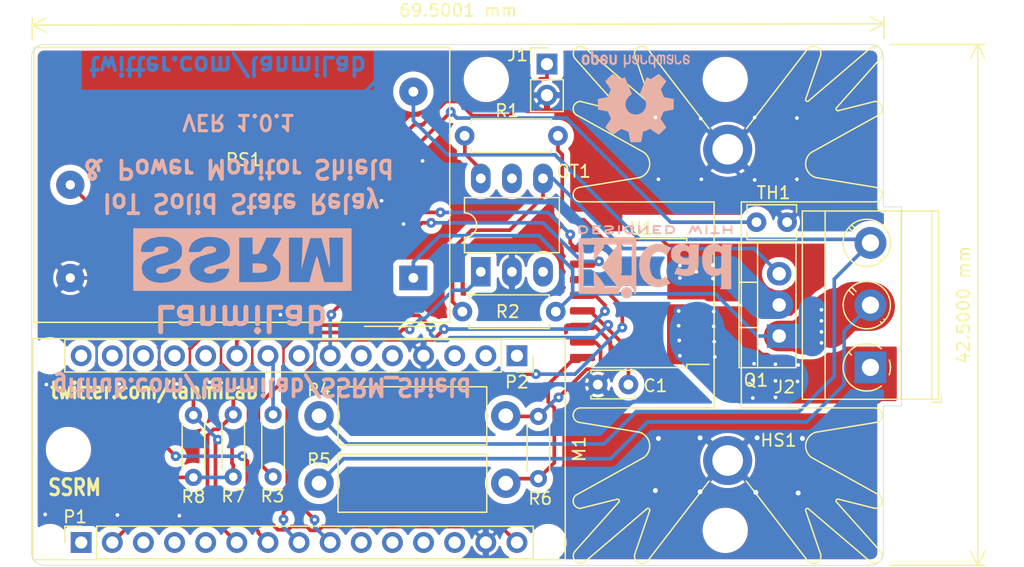
<source format=kicad_pcb>
(kicad_pcb (version 20211014) (generator pcbnew)
  (layers (0 "F.Cu" signal) (31 "B.Cu" signal) (34 "B.Paste" user) (35 "F.Paste" user) (36 "B.SilkS" user "B.Silkscreen") (37 "F.SilkS" user "F.Silkscreen") (38 "B.Mask" user) (39 "F.Mask" user) (44 "Edge.Cuts" user))
  (net 0 "")
  (net 1 "Net-(Q1-Pad2)")
  (net 2 "Net-(OT1-Pad6)")
  (net 3 "Net-(OT1-Pad4)")
  (net 4 "Net-(OT1-Pad1)")
  (net 24 "GND")
  (net 25 "+3V3")
  (net 26 "VCC")
  (net 27 "/SDA")
  (net 28 "/NTC_E")
  (net 29 "/NTC_B")
  (net 30 "/DIO_1")
  (net 31 "/TRIG")
  (net 32 "/DIO_0")
  (net 33 "NEUT")
  (net 34 "LINE")
  (net 35 "/SCL")
  (net 36 "/LOAD")
  (net 37 "Net-(R4-Pad2)")
  (net 38 "Net-(R5-Pad2)")
  (footprint "Package_SO:SOIC-16W_7.5x10.3mm_P1.27mm" (layer "F.Cu") (at 227.6 109.85 180)
    (fp_text reference "U1")
    (fp_text value "ACS71020KMABTR-030B3-I2C")
  )
  (footprint "Package_DIP:DIP-6_W7.62mm_LongPads" (layer "F.Cu") (at 214.65 107.3 90)
    (fp_text reference "OT1")
    (fp_text value "IL420")
  )
  (footprint "Capacitor_THT:C_Disc_D3.4mm_W2.1mm_P2.50mm" (layer "F.Cu") (at 226.7 116.5 180)
    (fp_text reference "C1")
    (fp_text value "100nF")
  )
  (footprint "MountingHole:MountingHole_2.7mm_M2.5" (layer "F.Cu") (at 234.6 91.6 90)
    (fp_text reference "H3" hide)
    (fp_text value "MountingHole")
  )
  (footprint "MountingHole:MountingHole_2.7mm_M2.5" (layer "F.Cu") (at 234.6 128.4 90)
    (fp_text reference "H4" hide)
    (fp_text value "MountingHole")
  )
  (footprint "Heatsink:Heatsink_Fischer_SK129-STS_42x25mm_2xDrill2.5mm" (layer "F.Cu") (at 234.8 110 90)
    (fp_text reference "HS1")
    (fp_text value "Heatsink_Pad")
  )
  (footprint "TerminalBlock_MetzConnect:TerminalBlock_MetzConnect_Type073_RT02603HBLU_1x03_P5.08mm_Horizontal" (layer "F.Cu") (at 246.45 115.1 90)
    (fp_text reference "J2")
    (fp_text value "Screw_Terminal_01x03")
  )
  (footprint "Resistor_THT:R_Axial_DIN0207_L6.3mm_D2.5mm_P7.62mm_Horizontal" (layer "F.Cu") (at 213.15 110.55)
    (fp_text reference "R2")
    (fp_text value "56R")
  )
  (footprint "Capacitor_THT:C_Disc_D3.8mm_W2.6mm_P2.50mm" (layer "F.Cu") (at 237.15 103.25)
    (fp_text reference "TH1")
    (fp_text value "Thermistor_NTC")
  )
  (footprint "Connector_PinHeader_2.54mm:PinHeader_1x02_P2.54mm_Vertical" (layer "F.Cu") (at 220.05 90.35)
    (fp_text reference "J1")
    (fp_text value "Conn_01x02")
  )
  (footprint "MountingHole:MountingHole_2.7mm_M2.5" (layer "F.Cu") (at 215.1 91.6)
    (fp_text reference "H1" hide)
    (fp_text value "MountingHole")
  )
  (footprint "MountingHole:MountingHole_2.7mm_M2.5" (layer "F.Cu") (at 181 121.8)
    (fp_text reference "H2" hide)
    (fp_text value "MountingHole")
  )
  (footprint "Resistor_THT:R_Axial_DIN0414_L11.9mm_D4.5mm_P15.24mm_Horizontal" (layer "F.Cu") (at 201.45 119.05)
    (fp_text reference "R4")
    (fp_text value "2M")
  )
  (footprint "Resistor_THT:R_Axial_DIN0414_L11.9mm_D4.5mm_P15.24mm_Horizontal" (layer "F.Cu") (at 201.45 124.55)
    (fp_text reference "R5")
    (fp_text value "2M")
  )
  (footprint "Resistor_THT:R_Axial_DIN0204_L3.6mm_D1.6mm_P5.08mm_Horizontal" (layer "F.Cu") (at 219.35 119.1 -90)
    (fp_text reference "R6")
    (fp_text value "2K2")
  )
  (footprint "Resistor_THT:R_Axial_DIN0204_L3.6mm_D1.6mm_P5.08mm_Horizontal" (layer "F.Cu") (at 197.7 118.95 -90)
    (fp_text reference "R3")
    (fp_text value "1K")
  )
  (footprint "Resistor_THT:R_Axial_DIN0204_L3.6mm_D1.6mm_P5.08mm_Horizontal" (layer "F.Cu") (at 191.2 119 -90)
    (fp_text reference "R8")
    (fp_text value "10K" hide)
  )
  (footprint "Resistor_THT:R_Axial_DIN0204_L3.6mm_D1.6mm_P5.08mm_Horizontal" (layer "F.Cu") (at 194.45 118.95 -90)
    (fp_text reference "R7")
    (fp_text value "10K")
  )
  (footprint "Connector_PinSocket_2.54mm:PinSocket_1x15_P2.54mm_Vertical" (layer "F.Cu") (at 217.6 114.15 -90)
    (fp_text reference "P2")
    (fp_text value "Conn_01x15")
  )
  (footprint "Connector_PinSocket_2.54mm:PinSocket_1x15_P2.54mm_Vertical" (layer "F.Cu") (at 182.04 129.39 90)
    (fp_text reference "P1")
    (fp_text value "Conn_01x15")
  )
  (footprint "LanmiLab_SSRM_Shield:Arduino_Nano_33_IoT_3D_NoPads" (layer "F.Cu") (at 217.6 114.15 -90)
    (fp_text reference "M1")
    (fp_text value "Arduino_Nano_v3.x_plug")
  )
  (footprint "Converter_ACDC:Converter_ACDC_MeanWell_IRM-02-xx_THT" (layer "F.Cu") (at 209.15 107.8 180)
    (fp_text reference "PS1")
    (fp_text value "IRM-02-9")
  )
  (footprint "Package_TO_SOT_THT:TO-220-3_Vertical" (layer "F.Cu") (at 239 112.54 90)
    (fp_text reference "Q1")
    (fp_text value "T3035H-6I")
  )
  (footprint "Resistor_THT:R_Axial_DIN0207_L6.3mm_D2.5mm_P7.62mm_Horizontal" (layer "F.Cu") (at 220.95 96.2 180)
    (fp_text reference "R1")
    (fp_text value "220R")
  )
  (footprint "Symbol:KiCad-Logo2_5mm_SilkScreen" (layer "B.Cu") (at 228.9 106.5)
    (fp_text reference "LOGO3" hide)
    (fp_text value "KiCad" hide)
  )
  (footprint "LanmiLab_SSRM_Shield:ssr" (layer "B.Cu") (at 195.1 106.45)
    (fp_text reference "LOGO2" hide)
    (fp_text value "SSRM" hide)
  )
  (footprint "Symbol:OSHW-Logo2_9.8x8mm_SilkScreen" (layer "B.Cu") (at 227.3 93)
    (fp_text reference "LOGO1" hide)
    (fp_text value "Logo_Open_Hardware_Small" hide)
  )
  (gr_line (start 247.5 118.25) (end 249 118.25) (layer "Edge.Cuts") (width 0.05))
  (gr_arc (start 179 131.25) (mid 178.292893 130.957107) (end 178 130.25) (layer "Edge.Cuts") (width 0.05))
  (gr_arc (start 178 89.75) (mid 178.292893 89.042893) (end 179 88.75) (layer "Edge.Cuts") (width 0.05))
  (gr_line (start 246.5 88.75) (end 179 88.75) (layer "Edge.Cuts") (width 0.05))
  (gr_line (start 249 118.25) (end 249 102) (layer "Edge.Cuts") (width 0.05))
  (gr_line (start 247.5 102) (end 247.5 89.75) (layer "Edge.Cuts") (width 0.05))
  (gr_line (start 179 131.25) (end 246.5 131.25) (layer "Edge.Cuts") (width 0.05))
  (gr_line (start 178 89.75) (end 178 130.25) (layer "Edge.Cuts") (width 0.05))
  (gr_arc (start 247.5 130.25) (mid 247.207107 130.957107) (end 246.5 131.25) (layer "Edge.Cuts") (width 0.05))
  (gr_line (start 247.5 130.25) (end 247.5 118.25) (layer "Edge.Cuts") (width 0.05))
  (gr_arc (start 246.5 88.75) (mid 247.207107 89.042893) (end 247.5 89.75) (layer "Edge.Cuts") (width 0.05))
  (gr_line (start 249 102) (end 247.5 102) (layer "Edge.Cuts") (width 0.05))
  (gr_text "twitter.com/lanmiLab" (at 194 90.5 180) (layer "B.Cu") (effects (font (size 1.5 1.4) (thickness 0.3)) (justify mirror)))
  (gr_text "IoT Solid State Relay" (at 195.1 101.7 180) (layer "B.SilkS") (effects (font (size 1.5 1.4) (thickness 0.3)) (justify mirror)))
  (gr_text "LanmiLab" (at 195.1 111.1 180) (layer "B.SilkS") (effects (font (size 2 2) (thickness 0.4)) (justify mirror)))
  (gr_text "VER 1.0.1" (at 194.9 95.1 180) (layer "B.SilkS") (effects (font (size 1.25 1.25) (thickness 0.25)) (justify mirror)))
  (gr_text "github.com/lanmilab/SSRM_Shield" (at 196.8 116.7 180) (layer "B.SilkS") (effects (font (size 1.4 1.3) (thickness 0.3)) (justify mirror)))
  (gr_text "& Power Monitor Shield" (at 194.86 98.9 180) (layer "B.SilkS") (effects (font (size 1.5 1.4) (thickness 0.3)) (justify mirror)))
  (gr_text "SSRM" (at 181.5 124.9) (layer "F.SilkS") (effects (font (size 1.3 1.05) (thickness 0.25))))
  (gr_text "twitter.com/lanmiLab" (at 188 117) (layer "F.SilkS") (effects (font (size 1.3 1.05) (thickness 0.25))))
  (dimension (type aligned) (layer "F.SilkS") (pts (xy 247.55 131.25) (xy 247.55 88.75)) (height 7.65) (gr_text "42.5000 mm" (at 254.05 110 90) (layer "F.SilkS") (effects (font (size 1 1) (thickness 0.15)))) (format (units 3) (units_format 1) (precision 4)) (style (thickness 0.12) (arrow_length 1.27) (text_position_mode 0) (extension_height 0.58642) (extension_offset 0.5) keep_text_aligned))
  (dimension (type aligned) (layer "F.SilkS") (pts (xy 178.05 88.85) (xy 247.55 88.75)) (height -1.683739) (gr_text "69.5001 mm" (at 212.795922 85.966264 0.08243991363) (layer "F.SilkS") (effects (font (size 1 1) (thickness 0.15)))) (format (units 3) (units_format 1) (precision 4)) (style (thickness 0.12) (arrow_length 1.27) (text_position_mode 0) (extension_height 0.58642) (extension_offset 0.5) keep_text_aligned))
  (segment (start 232.25 107.3) (end 232.25 105.405) (width 0.3) (layer "F.Cu") (net 1))
  (segment (start 239 110) (end 239.6 110) (width 0.3) (layer "F.Cu") (net 1))
  (segment (start 224.65 104.65) (end 229.4 104.65) (width 0.3) (layer "F.Cu") (net 1))
  (segment (start 221.3 97.73137) (end 221.3 102.4) (width 0.3) (layer "F.Cu") (net 1))
  (segment (start 230.155 105.405) (end 232.25 105.405) (width 0.3) (layer "F.Cu") (net 1))
  (segment (start 239.6 110) (end 240.3 109.3) (width 1.8) (layer "F.Cu") (net 1))
  (segment (start 229.4 104.65) (end 230.155 105.405) (width 0.3) (layer "F.Cu") (net 1))
  (segment (start 221.3 102.4) (end 221.95 103.05) (width 0.3) (layer "F.Cu") (net 1))
  (segment (start 221.95 103.05) (end 223.05 103.05) (width 0.3) (layer "F.Cu") (net 1))
  (segment (start 238.4 110) (end 238 109.6) (width 2) (layer "F.Cu") (net 1))
  (segment (start 239 110) (end 238.4 110) (width 0.3) (layer "F.Cu") (net 1))
  (segment (start 238 109.6) (end 237.95 109.6) (width 2) (layer "F.Cu") (net 1))
  (segment (start 220.95 96.25) (end 220.95 97.38137) (width 0.3) (layer "F.Cu") (net 1))
  (segment (start 233.275 109.215) (end 232.25 109.215) (width 0.3) (layer "F.Cu") (net 1))
  (segment (start 220.95 97.38137) (end 221.3 97.73137) (width 0.3) (layer "F.Cu") (net 1))
  (segment (start 223.05 103.05) (end 224.65 104.65) (width 0.3) (layer "F.Cu") (net 1))
  (segment (start 232.25 109.215) (end 232.25 107.3) (width 0.3) (layer "F.Cu") (net 1))
  (segment (start 237.615 109.215) (end 233.275 109.215) (width 1) (layer "F.Cu") (net 1))
  (via (at 230.9 107.8) (size 0.8) (drill 0.3) (layers "F.Cu" "B.Cu") (net 1))
  (via (at 230.9 106.8) (size 0.8) (drill 0.3) (layers "F.Cu" "B.Cu") (net 1))
  (via (at 232.25 107.3) (size 0.8) (drill 0.3) (layers "F.Cu" "B.Cu") (net 1))
  (via (at 233.6 106.75) (size 0.8) (drill 0.3) (layers "F.Cu" "B.Cu") (net 1))
  (via (at 233.6 107.85) (size 0.8) (drill 0.3) (layers "F.Cu" "B.Cu") (net 1))
  (segment (start 237.55 109.85) (end 234.95 107.25) (width 2.5) (layer "B.Cu") (net 1))
  (segment (start 239 110) (end 237.7 110) (width 2.3) (layer "B.Cu") (net 1))
  (segment (start 231 107.25) (end 234.45 107.25) (width 2.4) (layer "B.Cu") (net 1))
  (segment (start 237.7 110) (end 237.55 109.85) (width 0.3) (layer "B.Cu") (net 1))
  (segment (start 234.95 107.25) (end 234.3 107.25) (width 2.5) (layer "B.Cu") (net 1))
  (segment (start 235 107.3) (end 234.6 107.3) (width 2.5) (layer "B.Cu") (net 1))
  (segment (start 234.5 106.8) (end 234.35 106.8) (width 0.3) (layer "B.Cu") (net 1))
  (segment (start 214.65 98.95) (end 214.65 99.68) (width 0.3) (layer "F.Cu") (net 2))
  (segment (start 213.35 96.27) (end 213.35 97.65) (width 0.3) (layer "F.Cu") (net 2))
  (segment (start 213.33 96.25) (end 213.35 96.27) (width 0.3) (layer "F.Cu") (net 2))
  (segment (start 213.35 97.65) (end 214.65 98.95) (width 0.3) (layer "F.Cu") (net 2))
  (segment (start 217.01 103.9) (end 219.73 101.18) (width 0.3) (layer "F.Cu") (net 3))
  (segment (start 213.9 103.9) (end 217.01 103.9) (width 0.3) (layer "F.Cu") (net 3))
  (segment (start 212.350001 105.449999) (end 213.9 103.9) (width 0.3) (layer "F.Cu") (net 3))
  (segment (start 213.15 110.55) (end 212.350001 109.750001) (width 0.3) (layer "F.Cu") (net 3))
  (segment (start 212.350001 109.750001) (end 212.350001 105.449999) (width 0.3) (layer "F.Cu") (net 3))
  (segment (start 219.73 101.18) (end 219.73 99.68) (width 0.3) (layer "F.Cu") (net 3))
  (segment (start 226.25 105.4) (end 220.53 99.68) (width 0.3) (layer "B.Cu") (net 3))
  (segment (start 239 107.46) (end 236.94 105.4) (width 0.3) (layer "B.Cu") (net 3))
  (segment (start 236.94 105.4) (end 226.25 105.4) (width 0.3) (layer "B.Cu") (net 3))
  (segment (start 220.53 99.68) (end 219.73 99.68) (width 0.3) (layer "B.Cu") (net 3))
  (segment (start 196.5 122.83) (end 197.7 124.03) (width 0.3) (layer "F.Cu") (net 4))
  (segment (start 196.5 118.2) (end 196.5 122.83) (width 0.3) (layer "F.Cu") (net 4))
  (segment (start 198.55 113.495998) (end 198.55 115.05) (width 0.2) (layer "F.Cu") (net 4))
  (segment (start 198.55 115.05) (end 198.55 116.15) (width 0.3) (layer "F.Cu") (net 4))
  (segment (start 208.034325 112.249988) (end 208.284313 112) (width 0.3) (layer "F.Cu") (net 4))
  (segment (start 198.55 113.495998) (end 199.79601 112.249988) (width 0.3) (layer "F.Cu") (net 4))
  (segment (start 198.55 116.15) (end 196.5 118.2) (width 0.3) (layer "F.Cu") (net 4))
  (segment (start 208.284313 112) (end 208.849998 112) (width 0.3) (layer "F.Cu") (net 4))
  (segment (start 199.79601 112.249988) (end 208.034325 112.249988) (width 0.3) (layer "F.Cu") (net 4))
  (via (at 208.849998 112) (size 0.8) (drill 0.3) (layers "F.Cu" "B.Cu") (net 4))
  (segment (start 214.65 107.3) (end 214.65 107.7) (width 0.3) (layer "B.Cu") (net 4))
  (segment (start 209.749987 111.100011) (end 209.249997 111.600001) (width 0.3) (layer "B.Cu") (net 4))
  (segment (start 212.4 108.8) (end 210.099989 111.100011) (width 0.3) (layer "B.Cu") (net 4))
  (segment (start 209.249997 111.600001) (end 208.849998 112) (width 0.3) (layer "B.Cu") (net 4))
  (segment (start 213.55 108.8) (end 212.4 108.8) (width 0.3) (layer "B.Cu") (net 4))
  (segment (start 210.099989 111.100011) (end 209.749987 111.100011) (width 0.3) (layer "B.Cu") (net 4))
  (segment (start 214.65 107.7) (end 213.55 108.8) (width 0.3) (layer "B.Cu") (net 4))
  (segment (start 183.3 115.014002) (end 183.3 113.15) (width 0.2) (layer "F.Cu") (net 24))
  (segment (start 185.85 115.214002) (end 185.85 113.35) (width 0.2) (layer "F.Cu") (net 24))
  (segment (start 225.225 113.005) (end 223.975 111.755) (width 0.3) (layer "F.Cu") (net 24))
  (segment (start 225.225 115.475) (end 225.225 113.005) (width 0.3) (layer "F.Cu") (net 24))
  (segment (start 223.975 111.755) (end 222.95 111.755) (width 0.3) (layer "F.Cu") (net 24))
  (segment (start 224.2 116.5) (end 225.225 115.475) (width 0.3) (layer "F.Cu") (net 24))
  (via (at 185.15 116.45) (size 0.8) (drill 0.3) (layers "F.Cu" "B.Cu") (net 24))
  (via (at 208.35 103.4) (size 0.8) (drill 0.3) (layers "F.Cu" "B.Cu") (net 24))
  (via (at 206.55 101.5) (size 0.8) (drill 0.3) (layers "F.Cu" "B.Cu") (net 24))
  (via (at 237 94.7) (size 0.8) (drill 0.3) (layers "F.Cu" "B.Cu") (net 24))
  (via (at 192.5 116.3) (size 0.8) (drill 0.3) (layers "F.Cu" "B.Cu") (net 24))
  (via (at 240.9 120.9) (size 0.8) (drill 0.4) (layers "F.Cu" "B.Cu") (net 24))
  (via (at 229.15 120.9) (size 0.8) (drill 0.4) (layers "F.Cu" "B.Cu") (net 24))
  (via (at 189.85 116.45) (size 0.8) (drill 0.3) (layers "F.Cu" "B.Cu") (net 24))
  (via (at 232.55 125.25) (size 0.8) (drill 0.4) (layers "F.Cu" "B.Cu") (net 24))
  (via (at 240.55 125.35) (size 0.8) (drill 0.4) (layers "F.Cu" "B.Cu") (net 24))
  (via (at 240.45 99.75) (size 0.8) (drill 0.3) (layers "F.Cu" "B.Cu") (net 24))
  (via (at 198.3 110.8) (size 0.8) (drill 0.3) (layers "F.Cu" "B.Cu") (net 24))
  (via (at 237 99.8) (size 0.8) (drill 0.3) (layers "F.Cu" "B.Cu") (net 24))
  (via (at 240.45 94.75) (size 0.8) (drill 0.3) (layers "F.Cu" "B.Cu") (net 24))
  (via (at 228.9 94.7) (size 0.8) (drill 0.3) (layers "F.Cu" "B.Cu") (net 24))
  (via (at 232.65 99.75) (size 0.8) (drill 0.3) (layers "F.Cu" "B.Cu") (net 24))
  (via (at 232.6 94.8) (size 0.8) (drill 0.3) (layers "F.Cu" "B.Cu") (net 24))
  (via (at 209.9 98.25) (size 0.8) (drill 0.3) (layers "F.Cu" "B.Cu") (net 24))
  (via (at 229.15 99.75) (size 0.8) (drill 0.3) (layers "F.Cu" "B.Cu") (net 24))
  (via (at 190.05 127.2) (size 0.8) (drill 0.3) (layers "F.Cu" "B.Cu") (net 24))
  (via (at 179.1 127.1) (size 0.8) (drill 0.3) (layers "F.Cu" "B.Cu") (net 24))
  (via (at 228.9 125.15) (size 0.8) (drill 0.4) (layers "F.Cu" "B.Cu") (net 24))
  (via (at 237.2 120.85) (size 0.8) (drill 0.4) (layers "F.Cu" "B.Cu") (net 24))
  (via (at 237.1 125.3) (size 0.8) (drill 0.4) (layers "F.Cu" "B.Cu") (net 24))
  (via (at 179.2 116.5) (size 0.8) (drill 0.3) (layers "F.Cu" "B.Cu") (net 24))
  (via (at 232.55 120.85) (size 0.8) (drill 0.4) (layers "F.Cu" "B.Cu") (net 24))
  (via (at 185 127.15) (size 0.8) (drill 0.3) (layers "F.Cu" "B.Cu") (net 24))
  (segment (start 209.091996 110.5) (end 207.591996 112) (width 0.3) (layer "B.Cu") (net 24))
  (segment (start 185.85 115.45) (end 185.95 115.55) (width 0.2) (layer "B.Cu") (net 24))
  (segment (start 230.150001 95.300001) (end 227.74 92.89) (width 0.3) (layer "B.Cu") (net 24))
  (segment (start 188.4 113.505998) (end 188.4 115.05) (width 0.2) (layer "B.Cu") (net 24))
  (segment (start 213.4 105.8) (end 212.85 106.35) (width 0.3) (layer "B.Cu") (net 24))
  (segment (start 224.2 116.5) (end 211.1 116.5) (width 0.3) (layer "B.Cu") (net 24))
  (segment (start 232.800001 95.300001) (end 230.150001 95.300001) (width 0.3) (layer "B.Cu") (net 24))
  (segment (start 209.85 110.5) (end 209.091996 110.5) (width 0.3) (layer "B.Cu") (net 24))
  (segment (start 181.15 107.8) (end 201.2 107.8) (width 0.3) (layer "B.Cu") (net 24))
  (segment (start 188.35 113.455998) (end 188.4 113.505998) (width 0.3) (layer "B.Cu") (net 24))
  (segment (start 212.85 107.5) (end 209.85 110.5) (width 0.3) (layer "B.Cu") (net 24))
  (segment (start 209.98 115.38) (end 209.98 114.15) (width 0.3) (layer "B.Cu") (net 24))
  (segment (start 185.85 111.45) (end 185.85 115.45) (width 0.2) (layer "B.Cu") (net 24))
  (segment (start 234.8 97.3) (end 232.800001 95.300001) (width 0.3) (layer "B.Cu") (net 24))
  (segment (start 186.6 111.45) (end 188.35 113.2) (width 0.3) (layer "B.Cu") (net 24))
  (segment (start 213.4 105.739998) (end 213.4 105.8) (width 0.3) (layer "B.Cu") (net 24))
  (segment (start 217.8 126.65) (end 215.06 129.39) (width 0.3) (layer "B.Cu") (net 24))
  (segment (start 239.65 103.25) (end 234.8 98.4) (width 0.3) (layer "B.Cu") (net 24))
  (segment (start 220.05 92.89) (end 218.79 94.15) (width 0.3) (layer "B.Cu") (net 24))
  (segment (start 209.130001 113.300001) (end 209.98 114.15) (width 0.3) (layer "B.Cu") (net 24))
  (segment (start 217.19 107.3) (end 217.19 105.8) (width 0.3) (layer "B.Cu") (net 24))
  (segment (start 207.7 90.1) (end 203.545998 94.254002) (width 0.3) (layer "B.Cu") (net 24))
  (segment (start 227.74 92.89) (end 220.05 92.89) (width 0.3) (layer "B.Cu") (net 24))
  (segment (start 201.1 113.65) (end 201.1 115.6) (width 0.2) (layer "B.Cu") (net 24))
  (segment (start 234.8 98.4) (end 234.8 97.3) (width 0.3) (layer "B.Cu") (net 24))
  (segment (start 203.391996 107.8) (end 203.545998 107.954002) (width 0.3) (layer "B.Cu") (net 24))
  (segment (start 201.2 113.385998) (end 201.2 113.55) (width 0.3) (layer "B.Cu") (net 24))
  (segment (start 183.3 114.814002) (end 183.3 112.95) (width 0.2) (layer "B.Cu") (net 24))
  (segment (start 203.545998 107.954002) (end 208.891997 113.300001) (width 0.3) (layer "B.Cu") (net 24))
  (segment (start 212.85 106.35) (end 212.85 107.5) (width 0.3) (layer "B.Cu") (net 24))
  (segment (start 209.8 90.1) (end 207.7 90.1) (width 0.3) (layer "B.Cu") (net 24))
  (segment (start 183.3 109.95) (end 184.35 109.95) (width 0.3) (layer "B.Cu") (net 24))
  (segment (start 217.039999 105.649999) (end 213.489999 105.649999) (width 0.3) (layer "B.Cu") (net 24))
  (segment (start 211.1 116.5) (end 209.98 115.38) (width 0.3) (layer "B.Cu") (net 24))
  (segment (start 213.85 94.15) (end 209.8 90.1) (width 0.3) (layer "B.Cu") (net 24))
  (segment (start 183.3 109.95) (end 181.15 107.8) (width 0.3) (layer "B.Cu") (net 24))
  (segment (start 183.279999 117.862001) (end 183.279999 114.834003) (width 0.3) (layer "B.Cu") (net 24))
  (segment (start 183.3 112.95) (end 183.3 109.95) (width 0.3) (layer "B.Cu") (net 24))
  (segment (start 183.279999 114.834003) (end 183.3 114.814002) (width 0.3) (layer "B.Cu") (net 24))
  (segment (start 218.79 94.15) (end 213.85 94.15) (width 0.3) (layer "B.Cu") (net 24))
  (segment (start 212.319988 126.649988) (end 198.141998 126.649988) (width 0.3) (layer "B.Cu") (net 24))
  (segment (start 188.4 115.05) (end 188.4 118.3) (width 0.3) (layer "B.Cu") (net 24))
  (segment (start 203.545998 94.254002) (end 203.545998 107.954002) (width 0.3) (layer "B.Cu") (net 24))
  (segment (start 215.06 129.39) (end 212.319988 126.649988) (width 0.3) (layer "B.Cu") (net 24))
  (segment (start 201.2 107.8) (end 201.2 113.385998) (width 0.3) (layer "B.Cu") (net 24))
  (segment (start 213.489999 105.649999) (end 213.4 105.739998) (width 0.3) (layer "B.Cu") (net 24))
  (segment (start 188.35 113.2) (end 188.35 113.455998) (width 0.3) (layer "B.Cu") (net 24))
  (segment (start 217.19 105.8) (end 217.039999 105.649999) (width 0.3) (layer "B.Cu") (net 24))
  (segment (start 201.2 113.55) (end 201.1 113.65) (width 0.2) (layer "B.Cu") (net 24))
  (segment (start 234.8 122.7) (end 230.85 126.65) (width 0.3) (layer "B.Cu") (net 24))
  (segment (start 198.141998 126.649988) (end 198.108117 126.683869) (width 0.3) (layer "B.Cu") (net 24))
  (segment (start 185.85 115.45) (end 185.85 119.45) (width 0.3) (layer "B.Cu") (net 24))
  (segment (start 192.101867 126.683869) (end 183.279999 117.862001) (width 0.3) (layer "B.Cu") (net 24))
  (segment (start 198.108117 126.683869) (end 192.101867 126.683869) (width 0.3) (layer "B.Cu") (net 24))
  (segment (start 208.891997 113.300001) (end 209.130001 113.300001) (width 0.3) (layer "B.Cu") (net 24))
  (segment (start 184.35 109.95) (end 185.85 111.45) (width 0.3) (layer "B.Cu") (net 24))
  (segment (start 201.2 107.8) (end 203.391996 107.8) (width 0.3) (layer "B.Cu") (net 24))
  (segment (start 185.85 111.45) (end 186.6 111.45) (width 0.3) (layer "B.Cu") (net 24))
  (segment (start 230.85 126.65) (end 217.8 126.65) (width 0.3) (layer "B.Cu") (net 24))
  (segment (start 203.898546 110.849999) (end 209.575847 110.849999) (width 0.3) (layer "F.Cu") (net 25))
  (segment (start 194.45 123.040051) (end 194.349997 122.940048) (width 0.3) (layer "F.Cu") (net 25))
  (segment (start 224.809271 111.740729) (end 224.936375 111.740729) (width 0.3) (layer "F.Cu") (net 25))
  (segment (start 197.700023 111.649977) (end 203.098568 111.649977) (width 0.3) (layer "F.Cu") (net 25))
  (segment (start 195.7 119.75) (end 195.7 115.3) (width 0.3) (layer "F.Cu") (net 25))
  (segment (start 196 113.35) (end 197.700023 111.649977) (width 0.3) (layer "F.Cu") (net 25))
  (segment (start 210.161678 111.43583) (end 210.561677 111.835829) (width 0.3) (layer "F.Cu") (net 25))
  (segment (start 194.349997 122.940048) (end 194.349997 121.300003) (width 0.3) (layer "F.Cu") (net 25))
  (segment (start 226.7 116.5) (end 226.7 113.631458) (width 0.3) (layer "F.Cu") (net 25))
  (segment (start 223.553542 110.485) (end 222.95 110.485) (width 0.3) (layer "F.Cu") (net 25))
  (segment (start 194.45 124.03) (end 194.45 123.040051) (width 0.3) (layer "F.Cu") (net 25))
  (segment (start 196 114.814002) (end 196 113.35) (width 0.2) (layer "F.Cu") (net 25))
  (segment (start 224.936375 111.740729) (end 225.049593 111.627511) (width 0.3) (layer "F.Cu") (net 25))
  (segment (start 194.349997 121.300003) (end 194.349997 121.100003) (width 0.3) (layer "F.Cu") (net 25))
  (segment (start 209.575847 110.849999) (end 210.161678 111.43583) (width 0.3) (layer "F.Cu") (net 25))
  (segment (start 224.809271 111.740729) (end 223.553542 110.485) (width 0.3) (layer "F.Cu") (net 25))
  (segment (start 189.89 124.08) (end 184.58 129.39) (width 0.3) (layer "F.Cu") (net 25))
  (segment (start 196 115) (end 196 114.814002) (width 0.3) (layer "F.Cu") (net 25))
  (segment (start 194.349997 121.100003) (end 195.7 119.75) (width 0.3) (layer "F.Cu") (net 25))
  (segment (start 226.7 113.631458) (end 224.809271 111.740729) (width 0.3) (layer "F.Cu") (net 25))
  (segment (start 191.2 124.08) (end 189.89 124.08) (width 0.3) (layer "F.Cu") (net 25))
  (segment (start 191.25 124.03) (end 191.2 124.08) (width 0.3) (layer "F.Cu") (net 25))
  (segment (start 195.7 115.3) (end 196 115) (width 0.3) (layer "F.Cu") (net 25))
  (segment (start 203.098568 111.649977) (end 203.898546 110.849999) (width 0.3) (layer "F.Cu") (net 25))
  (via (at 210.561677 111.835829) (size 0.8) (drill 0.3) (layers "F.Cu" "B.Cu") (net 25))
  (via (at 225.049593 111.627511) (size 0.8) (drill 0.3) (layers "F.Cu" "B.Cu") (net 25))
  (segment (start 224.002105 112.674999) (end 212.133005 112.674999) (width 0.3) (layer "B.Cu") (net 25))
  (segment (start 194.4 124.08) (end 194.45 124.03) (width 0.3) (layer "B.Cu") (net 25))
  (segment (start 210.561677 112.401514) (end 210.561677 111.835829) (width 0.3) (layer "B.Cu") (net 25))
  (segment (start 211.908003 112.900001) (end 211.060164 112.900001) (width 0.3) (layer "B.Cu") (net 25))
  (segment (start 225.049593 111.627511) (end 224.002105 112.674999) (width 0.3) (layer "B.Cu") (net 25))
  (segment (start 191.2 124.08) (end 194.4 124.08) (width 0.3) (layer "B.Cu") (net 25))
  (segment (start 211.060164 112.900001) (end 210.561677 112.401514) (width 0.3) (layer "B.Cu") (net 25))
  (segment (start 212.133005 112.674999) (end 211.908003 112.900001) (width 0.3) (layer "B.Cu") (net 25))
  (segment (start 216.299999 128.089999) (end 201.735999 128.089999) (width 0.3) (layer "F.Cu") (net 26))
  (segment (start 198.091998 128.35) (end 195.600001 125.858003) (width 0.3) (layer "F.Cu") (net 26))
  (segment (start 188.4 121) (end 188.4 114.6) (width 0.3) (layer "F.Cu") (net 26))
  (segment (start 201.735999 128.089999) (end 201.425998 128.4) (width 0.3) (layer "F.Cu") (net 26))
  (segment (start 188.4 113.5) (end 188.4 121) (width 0.2) (layer "F.Cu") (net 26))
  (segment (start 200.444001 128.089999) (end 199.195999 128.089999) (width 0.3) (layer "F.Cu") (net 26))
  (segment (start 188.4 107.45) (end 181.15 100.2) (width 0.3) (layer "F.Cu") (net 26))
  (segment (start 195.600001 122.750003) (end 195.599997 122.749999) (width 0.3) (layer "F.Cu") (net 26))
  (segment (start 188.4 113.5) (end 188.4 107.45) (width 0.3) (layer "F.Cu") (net 26))
  (segment (start 195.600001 125.858003) (end 195.600001 122.750003) (width 0.3) (layer "F.Cu") (net 26))
  (segment (start 195.599997 122.749999) (end 195.199998 122.35) (width 0.3) (layer "F.Cu") (net 26))
  (segment (start 201.425998 128.4) (end 200.754002 128.4) (width 0.3) (layer "F.Cu") (net 26))
  (segment (start 217.6 129.39) (end 216.299999 128.089999) (width 0.3) (layer "F.Cu") (net 26))
  (segment (start 200.754002 128.4) (end 200.444001 128.089999) (width 0.3) (layer "F.Cu") (net 26))
  (segment (start 188.4 121) (end 189.75 122.35) (width 0.3) (layer "F.Cu") (net 26))
  (segment (start 198.935998 128.35) (end 198.091998 128.35) (width 0.3) (layer "F.Cu") (net 26))
  (segment (start 199.195999 128.089999) (end 198.935998 128.35) (width 0.3) (layer "F.Cu") (net 26))
  (via (at 195.199998 122.35) (size 0.8) (drill 0.3) (layers "F.Cu" "B.Cu") (net 26))
  (via (at 189.75 122.35) (size 0.8) (drill 0.3) (layers "F.Cu" "B.Cu") (net 26))
  (segment (start 189.75 122.35) (end 195.199998 122.35) (width 0.3) (layer "B.Cu") (net 26))
  (segment (start 208.441997 112.849999) (end 208.441999 112.850001) (width 0.3) (layer "F.Cu") (net 27))
  (segment (start 223.975 109.215) (end 224.78532 110.02532) (width 0.3) (layer "F.Cu") (net 27))
  (segment (start 224.78532 110.02532) (end 224.78532 110.51468) (width 0.3) (layer "F.Cu") (net 27))
  (segment (start 222.95 109.215) (end 223.975 109.215) (width 0.3) (layer "F.Cu") (net 27))
  (segment (start 201.1 114.7) (end 201.1 114.794002) (width 0.3) (layer "F.Cu") (net 27))
  (segment (start 201.1 114.794002) (end 198.860891 117.033111) (width 0.3) (layer "F.Cu") (net 27))
  (segment (start 208.441999 112.850001) (end 209.258001 112.850001) (width 0.3) (layer "F.Cu") (net 27))
  (segment (start 198.860891 117.033111) (end 198.860891 126.623414) (width 0.3) (layer "F.Cu") (net 27))
  (segment (start 198.55 126.934305) (end 198.55 127.49999) (width 0.3) (layer "F.Cu") (net 27))
  (segment (start 201.450001 112.849999) (end 208.441997 112.849999) (width 0.3) (layer "F.Cu") (net 27))
  (segment (start 209.258001 112.850001) (end 209.258003 112.849999) (width 0.3) (layer "F.Cu") (net 27))
  (segment (start 211.253046 112.37346) (end 211.653045 111.973461) (width 0.3) (layer "F.Cu") (net 27))
  (segment (start 209.258003 112.849999) (end 210.776507 112.849999) (width 0.3) (layer "F.Cu") (net 27))
  (segment (start 201.1 113.2) (end 201.1 114.85) (width 0.2) (layer "F.Cu") (net 27))
  (segment (start 198.860891 126.623414) (end 198.55 126.934305) (width 0.3) (layer "F.Cu") (net 27))
  (segment (start 201.1 113.2) (end 201.450001 112.849999) (width 0.3) (layer "F.Cu") (net 27))
  (segment (start 210.776507 112.849999) (end 211.253046 112.37346) (width 0.3) (layer "F.Cu") (net 27))
  (via (at 198.55 127.49999) (size 0.8) (drill 0.3) (layers "F.Cu" "B.Cu") (net 27))
  (via (at 211.653045 111.973461) (size 0.8) (drill 0.3) (layers "F.Cu" "B.Cu") (net 27))
  (via (at 224.78532 110.51468) (size 0.8) (drill 0.3) (layers "F.Cu" "B.Cu") (net 27))
  (segment (start 198.55 128.12) (end 198.55 127.49999) (width 0.3) (layer "B.Cu") (net 27))
  (segment (start 223.326539 111.973461) (end 212.21873 111.973461) (width 0.3) (layer "B.Cu") (net 27))
  (segment (start 199.82 129.39) (end 198.55 128.12) (width 0.3) (layer "B.Cu") (net 27))
  (segment (start 224.78532 110.51468) (end 223.326539 111.973461) (width 0.3) (layer "B.Cu") (net 27))
  (segment (start 212.21873 111.973461) (end 211.653045 111.973461) (width 0.3) (layer "B.Cu") (net 27))
  (segment (start 220.05 91.5) (end 220.05 90.35) (width 0.3) (layer "F.Cu") (net 28))
  (segment (start 213.958004 94.55) (end 217 94.55) (width 0.3) (layer "F.Cu") (net 28))
  (segment (start 190.910001 114.750001) (end 190.910001 113.549999) (width 0.2) (layer "F.Cu") (net 28))
  (segment (start 218.25 92.8) (end 219.5 91.55) (width 0.3) (layer "F.Cu") (net 28))
  (segment (start 212.808002 93.399998) (end 213.958004 94.55) (width 0.3) (layer "F.Cu") (net 28))
  (segment (start 209.95 95.241996) (end 211.791998 93.399998) (width 0.3) (layer "F.Cu") (net 28))
  (segment (start 190.910001 113.549999) (end 190.950001 113.549999) (width 0.3) (layer "F.Cu") (net 28))
  (segment (start 217 94.55) (end 218.25 93.3) (width 0.3) (layer "F.Cu") (net 28))
  (segment (start 196.495 128.495) (end 193 125) (width 0.3) (layer "F.Cu") (net 28))
  (segment (start 218.25 93.3) (end 218.25 92.8) (width 0.3) (layer "F.Cu") (net 28))
  (segment (start 190.9 114.760002) (end 190.910001 114.750001) (width 0.2) (layer "F.Cu") (net 28))
  (segment (start 220 91.55) (end 220.05 91.5) (width 0.3) (layer "F.Cu") (net 28))
  (segment (start 190.910001 113.549999) (end 190.9 113.539998) (width 0.2) (layer "F.Cu") (net 28))
  (segment (start 193 121.202083) (end 193.201042 121.001041) (width 0.3) (layer "F.Cu") (net 28))
  (segment (start 190.950001 113.549999) (end 209.2 95.3) (width 0.3) (layer "F.Cu") (net 28))
  (segment (start 209.95 95.3) (end 209.95 95.241996) (width 0.3) (layer "F.Cu") (net 28))
  (segment (start 219.5 91.55) (end 220 91.55) (width 0.3) (layer "F.Cu") (net 28))
  (segment (start 193 125) (end 193 121.202083) (width 0.3) (layer "F.Cu") (net 28))
  (segment (start 191.2 119) (end 191.2 115.55) (width 0.3) (layer "F.Cu") (net 28))
  (segment (start 191.2 115.55) (end 190.9 115.25) (width 0.3) (layer "F.Cu") (net 28))
  (segment (start 190.9 115.25) (end 190.9 114.760002) (width 0.2) (layer "F.Cu") (net 28))
  (segment (start 197.28 129.39) (end 196.495 128.605) (width 0.3) (layer "F.Cu") (net 28))
  (segment (start 196.495 128.605) (end 196.495 128.495) (width 0.3) (layer "F.Cu") (net 28))
  (segment (start 209.2 95.3) (end 209.95 95.3) (width 0.3) (layer "F.Cu") (net 28))
  (segment (start 211.791998 93.399998) (end 212.808002 93.399998) (width 0.3) (layer "F.Cu") (net 28))
  (via (at 193.201042 121.001041) (size 0.8) (drill 0.3) (layers "F.Cu" "B.Cu") (net 28))
  (segment (start 193.201041 121.001041) (end 191.2 119) (width 0.3) (layer "B.Cu") (net 28))
  (segment (start 193.201042 121.001041) (end 193.201041 121.001041) (width 0.3) (layer "B.Cu") (net 28))
  (segment (start 193.45 114.784002) (end 193.45 113.25) (width 0.2) (layer "F.Cu") (net 29))
  (segment (start 192.85 120.15) (end 193.25 120.15) (width 0.3) (layer "F.Cu") (net 29))
  (segment (start 192.350001 127.000001) (end 192.350001 120.649999) (width 0.3) (layer "F.Cu") (net 29))
  (segment (start 193.45 113.25) (end 193.45 113.000004) (width 0.3) (layer "F.Cu") (net 29))
  (segment (start 194.45 115.784002) (end 193.45 114.784002) (width 0.3) (layer "F.Cu") (net 29))
  (segment (start 211.800005 94.649999) (end 212.200004 94.25) (width 0.3) (layer "F.Cu") (net 29))
  (segment (start 193.25 120.15) (end 194.45 118.95) (width 0.3) (layer "F.Cu") (net 29))
  (segment (start 193.45 113.000004) (end 211.800005 94.649999) (width 0.3) (layer "F.Cu") (net 29))
  (segment (start 194.74 129.39) (end 192.350001 127.000001) (width 0.3) (layer "F.Cu") (net 29))
  (segment (start 192.350001 120.649999) (end 192.85 120.15) (width 0.3) (layer "F.Cu") (net 29))
  (segment (start 194.45 118.95) (end 194.45 115.784002) (width 0.3) (layer "F.Cu") (net 29))
  (via (at 212.200004 94.25) (size 0.8) (drill 0.3) (layers "F.Cu" "B.Cu") (net 29))
  (segment (start 212.600003 94.649999) (end 212.200004 94.25) (width 0.3) (layer "B.Cu") (net 29))
  (segment (start 212.700004 94.75) (end 212.600003 94.649999) (width 0.3) (layer "B.Cu") (net 29))
  (segment (start 237.15 103.25) (end 230.15 103.25) (width 0.3) (layer "B.Cu") (net 29))
  (segment (start 230.15 103.25) (end 221.65 94.75) (width 0.3) (layer "B.Cu") (net 29))
  (segment (start 221.65 94.75) (end 212.700004 94.75) (width 0.3) (layer "B.Cu") (net 29))
  (segment (start 222.95 105.405) (end 222.405 105.405) (width 0.3) (layer "F.Cu") (net 30))
  (segment (start 221.948959 104.948959) (end 221.948959 104.251041) (width 0.3) (layer "F.Cu") (net 30))
  (segment (start 205.237919 102.45) (end 194.74 112.947919) (width 0.3) (layer "F.Cu") (net 30))
  (segment (start 211.35 102.45) (end 205.237919 102.45) (width 0.3) (layer "F.Cu") (net 30))
  (segment (start 194.74 112.947919) (end 194.74 114.15) (width 0.3) (layer "F.Cu") (net 30))
  (segment (start 222.405 105.405) (end 221.948959 104.948959) (width 0.3) (layer "F.Cu") (net 30))
  (via (at 221.948959 104.251041) (size 0.8) (drill 0.3) (layers "F.Cu" "B.Cu") (net 30))
  (via (at 211.35 102.45) (size 0.8) (drill 0.3) (layers "F.Cu" "B.Cu") (net 30))
  (segment (start 220.147918 102.45) (end 211.35 102.45) (width 0.3) (layer "B.Cu") (net 30))
  (segment (start 221.948959 104.251041) (end 220.147918 102.45) (width 0.3) (layer "B.Cu") (net 30))
  (segment (start 197.7 114.57) (end 197.28 114.15) (width 0.3) (layer "F.Cu") (net 31))
  (segment (start 197.7 118.95) (end 197.7 114.57) (width 0.3) (layer "B.Cu") (net 31))
  (segment (start 222.95 106.675) (end 222.475 106.675) (width 0.3) (layer "F.Cu") (net 32))
  (segment (start 202.45 110.7) (end 202.45 110.799951) (width 0.3) (layer "F.Cu") (net 32))
  (segment (start 224.1 106.65) (end 224.3 106.45) (width 0.3) (layer "F.Cu") (net 32))
  (segment (start 209.849999 103.300001) (end 202.45 110.7) (width 0.3) (layer "F.Cu") (net 32))
  (segment (start 222.95 106.675) (end 222.975 106.65) (width 0.3) (layer "F.Cu") (net 32))
  (segment (start 210.600001 103.300001) (end 209.849999 103.300001) (width 0.3) (layer "F.Cu") (net 32))
  (segment (start 222.975 106.65) (end 224.1 106.65) (width 0.3) (layer "F.Cu") (net 32))
  (via (at 224.3 106.45) (size 0.8) (drill 0.3) (layers "F.Cu" "B.Cu") (net 32))
  (via (at 210.600001 103.300001) (size 0.8) (drill 0.3) (layers "F.Cu" "B.Cu") (net 32))
  (via (at 202.45 110.799951) (size 0.8) (drill 0.3) (layers "F.Cu" "B.Cu") (net 32))
  (segment (start 202.36 110.889951) (end 202.45 110.799951) (width 0.3) (layer "B.Cu") (net 32))
  (segment (start 222.889916 106.45) (end 223.734315 106.45) (width 0.3) (layer "B.Cu") (net 32))
  (segment (start 210.600001 103.300001) (end 219.739917 103.300001) (width 0.3) (layer "B.Cu") (net 32))
  (segment (start 223.734315 106.45) (end 224.3 106.45) (width 0.3) (layer "B.Cu") (net 32))
  (segment (start 219.739917 103.300001) (end 222.889916 106.45) (width 0.3) (layer "B.Cu") (net 32))
  (segment (start 202.36 114.15) (end 202.36 110.889951) (width 0.3) (layer "B.Cu") (net 32))
  (segment (start 240.3 112.54) (end 240.3 112.54) (width 0.3) (layer "F.Cu") (net 33))
  (segment (start 240.76 112.54) (end 240.76 112.54) (width 2.2) (layer "F.Cu") (net 33))
  (segment (start 241.1 112.2) (end 240.76 112.54) (width 2.2) (layer "F.Cu") (net 33))
  (segment (start 241.45 112) (end 241.3 112) (width 2.6) (layer "F.Cu") (net 33))
  (segment (start 240.9491 112.54) (end 241.61 112.54) (width 3) (layer "F.Cu") (net 33))
  (segment (start 243.63 110.12) (end 242.45 111.3) (width 3) (layer "F.Cu") (net 33))
  (segment (start 246.45 110.12) (end 245.08 110.12) (width 4) (layer "F.Cu") (net 33))
  (segment (start 240.76 112.54) (end 240.3 112.54) (width 0.3) (layer "F.Cu") (net 33))
  (segment (start 245.08 110.12) (end 243.2 112) (width 3) (layer "F.Cu") (net 33))
  (segment (start 244.05 110.95) (end 244.05 111.15) (width 2) (layer "F.Cu") (net 33))
  (segment (start 243.2 112) (end 241.45 112) (width 2.6) (layer "F.Cu") (net 33))
  (segment (start 243.2 112) (end 243.2 111.8) (width 3) (layer "F.Cu") (net 33))
  (segment (start 244.05 111.15) (end 243.2 112) (width 2) (layer "F.Cu") (net 33))
  (segment (start 246.45 110.12) (end 243.63 110.12) (width 3) (layer "F.Cu") (net 33))
  (segment (start 240.3 112.54) (end 239 112.54) (width 2.5) (layer "F.Cu") (net 33))
  (segment (start 243.150908 110.439092) (end 241.05 112.54) (width 3) (layer "F.Cu") (net 33))
  (segment (start 241.61 112.54) (end 243.25 110.9) (width 3) (layer "F.Cu") (net 33))
  (segment (start 241.3 112) (end 241.1 112.2) (width 2.2) (layer "F.Cu") (net 33))
  (via (at 242.45 110.4) (size 0.8) (drill 0.3) (layers "F.Cu" "B.Cu") (net 33))
  (via (at 242.45 112.2) (size 0.8) (drill 0.3) (layers "F.Cu" "B.Cu") (net 33))
  (via (at 242.45 111.3) (size 0.8) (drill 0.3) (layers "F.Cu" "B.Cu") (net 33))
  (via (at 242.45 113.1) (size 0.8) (drill 0.3) (layers "F.Cu" "B.Cu") (net 33))
  (segment (start 219.4 104.35) (end 211.3 104.35) (width 0.3) (layer "B.Cu") (net 33))
  (segment (start 222.15 107.1) (end 219.4 104.35) (width 0.3) (layer "B.Cu") (net 33))
  (segment (start 233.8 109.1) (end 237.24 112.54) (width 0.3) (layer "B.Cu") (net 33))
  (segment (start 239 112.54) (end 241.21 112.54) (width 2) (layer "B.Cu") (net 33))
  (segment (start 222.2 109.1) (end 233.8 109.1) (width 0.3) (layer "B.Cu") (net 33))
  (segment (start 244.3 116.5) (end 244.3 112.17) (width 0.3) (layer "B.Cu") (net 33))
  (segment (start 241.7 113.1) (end 241.7 110.4) (width 2.2) (layer "B.Cu") (net 33))
  (segment (start 220.77 110.55) (end 220.8 110.55) (width 0.3) (layer "B.Cu") (net 33))
  (segment (start 209.15 106.5) (end 209.15 107.8) (width 0.3) (layer "B.Cu") (net 33))
  (segment (start 244.3 112.17) (end 246.45 110.02) (width 0.3) (layer "B.Cu") (net 33))
  (segment (start 225.25 122.55) (end 228.25 119.55) (width 0.3) (layer "B.Cu") (net 33))
  (segment (start 220.8 110.55) (end 222.15 109.2) (width 0.3) (layer "B.Cu") (net 33))
  (segment (start 237.24 112.54) (end 239 112.54) (width 0.3) (layer "B.Cu") (net 33))
  (segment (start 211.3 104.35) (end 209.15 106.5) (width 0.3) (layer "B.Cu") (net 33))
  (segment (start 201.45 124.55) (end 203.45 122.55) (width 0.3) (layer "B.Cu") (net 33))
  (segment (start 203.45 122.55) (end 225.25 122.55) (width 0.3) (layer "B.Cu") (net 33))
  (segment (start 228.25 119.55) (end 241.25 119.55) (width 0.3) (layer "B.Cu") (net 33))
  (segment (start 222.15 109.15) (end 222.2 109.1) (width 0.3) (layer "B.Cu") (net 33))
  (segment (start 241.25 119.55) (end 244.3 116.5) (width 0.3) (layer "B.Cu") (net 33))
  (segment (start 222.15 109.2) (end 222.15 107.1) (width 0.3) (layer "B.Cu") (net 33))
  (segment (start 227.35 118.7) (end 240.625 118.7) (width 0.3) (layer "B.Cu") (net 34))
  (segment (start 203.75 121.35) (end 224.7 121.35) (width 0.3) (layer "B.Cu") (net 34))
  (segment (start 246.45 104.94) (end 246.16 104.65) (width 0.3) (layer "B.Cu") (net 34))
  (segment (start 209.15 94.95) (end 209.15 92.6) (width 0.3) (layer "B.Cu") (net 34))
  (segment (start 211.95 97.75) (end 209.15 94.95) (width 0.3) (layer "B.Cu") (net 34))
  (segment (start 220.7 97.75) (end 211.95 97.75) (width 0.3) (layer "B.Cu") (net 34))
  (segment (start 201.45 119.05) (end 203.75 121.35) (width 0.3) (layer "B.Cu") (net 34))
  (segment (start 227.6 104.65) (end 220.7 97.75) (width 0.3) (layer "B.Cu") (net 34))
  (segment (start 224.7 121.35) (end 227.35 118.7) (width 0.3) (layer "B.Cu") (net 34))
  (segment (start 240.625 118.7) (end 243.5 115.825) (width 0.3) (layer "B.Cu") (net 34))
  (segment (start 243.5 115.825) (end 243.5 107.89) (width 0.3) (layer "B.Cu") (net 34))
  (segment (start 243.5 107.89) (end 246.45 104.94) (width 0.3) (layer "B.Cu") (net 34))
  (segment (start 246.16 104.65) (end 227.6 104.65) (width 0.3) (layer "B.Cu") (net 34))
  (segment (start 223.975 107.945) (end 226.2 110.17) (width 0.3) (layer "F.Cu") (net 35))
  (segment (start 222.95 107.945) (end 223.975 107.945) (width 0.3) (layer "F.Cu") (net 35))
  (segment (start 201.75 115.65) (end 199.50001 117.89999) (width 0.3) (layer "F.Cu") (net 35))
  (segment (start 226.2 110.17) (end 226.2 111.284315) (width 0.3) (layer "F.Cu") (net 35))
  (segment (start 199.50001 117.89999) (end 199.50001 125.94388) (width 0.3) (layer "F.Cu") (net 35))
  (segment (start 200.690001 127.133871) (end 201.09 127.53387) (width 0.3) (layer "F.Cu") (net 35))
  (segment (start 219.15 115.65) (end 201.75 115.65) (width 0.3) (layer "F.Cu") (net 35))
  (segment (start 226.2 111.284315) (end 226.2 111.85) (width 0.3) (layer "F.Cu") (net 35))
  (segment (start 199.50001 125.94388) (end 200.690001 127.133871) (width 0.3) (layer "F.Cu") (net 35))
  (via (at 219.15 115.65) (size 0.8) (drill 0.3) (layers "F.Cu" "B.Cu") (net 35))
  (via (at 226.2 111.85) (size 0.8) (drill 0.3) (layers "F.Cu" "B.Cu") (net 35))
  (via (at 201.09 127.53387) (size 0.8) (drill 0.3) (layers "F.Cu" "B.Cu") (net 35))
  (segment (start 202.36 129.39) (end 201.09 128.12) (width 0.3) (layer "B.Cu") (net 35))
  (segment (start 201.09 128.12) (end 201.09 127.53387) (width 0.3) (layer "B.Cu") (net 35))
  (segment (start 219.15 115.65) (end 222.35 115.65) (width 0.3) (layer "B.Cu") (net 35))
  (segment (start 222.35 115.65) (end 226.15 111.85) (width 0.3) (layer "B.Cu") (net 35))
  (segment (start 226.15 111.85) (end 226.2 111.85) (width 0.3) (layer "B.Cu") (net 35))
  (segment (start 233.5 114.85) (end 232.805 114.85) (width 0.3) (layer "F.Cu") (net 36))
  (segment (start 234 114.85) (end 233.5 114.85) (width 0.3) (layer "F.Cu") (net 36))
  (segment (start 234.6 114.85) (end 234 114.85) (width 0.3) (layer "F.Cu") (net 36))
  (segment (start 235.15 114.85) (end 234.6 114.85) (width 0.3) (layer "F.Cu") (net 36))
  (segment (start 235.7 114.85) (end 235.15 114.85) (width 0.3) (layer "F.Cu") (net 36))
  (segment (start 236.35 114.85) (end 235.7 114.85) (width 0.3) (layer "F.Cu") (net 36))
  (segment (start 236.85 114.85) (end 236.35 114.85) (width 0.3) (layer "F.Cu") (net 36))
  (segment (start 237.35 115) (end 237.2 114.85) (width 0.3) (layer "F.Cu") (net 36))
  (segment (start 237.725 115.375) (end 237.35 115) (width 0.3) (layer "F.Cu") (net 36))
  (segment (start 238.7 116.35) (end 245.2 116.35) (width 3) (layer "F.Cu") (net 36))
  (segment (start 232.25 112.2) (end 232.25 110.485) (width 0.3) (layer "F.Cu") (net 36))
  (segment (start 232.35 114.395) (end 232.35 113.125) (width 0.3) (layer "F.Cu") (net 36))
  (segment (start 246.45 115.2) (end 246.1 114.85) (width 0.3) (layer "F.Cu") (net 36))
  (segment (start 238.7 116.35) (end 237.725 115.375) (width 0.3) (layer "F.Cu") (net 36))
  (segment (start 238.7 116.35) (end 238.7 116.35) (width 3) (layer "F.Cu") (net 36))
  (segment (start 245.2 116.35) (end 246.45 115.1) (width 3) (layer "F.Cu") (net 36))
  (segment (start 232.35 113.125) (end 232.25 113.025) (width 0.3) (layer "F.Cu") (net 36))
  (segment (start 232.805 114.85) (end 232.35 114.395) (width 0.3) (layer "F.Cu") (net 36))
  (segment (start 245.2 115.1) (end 244.45 115.85) (width 3) (layer "F.Cu") (net 36))
  (segment (start 232.25 113.025) (end 232.25 112.2) (width 0.3) (layer "F.Cu") (net 36))
  (segment (start 237.2 114.85) (end 236.85 114.85) (width 0.3) (layer "F.Cu") (net 36))
  (segment (start 246.45 115.1) (end 245.2 115.1) (width 3) (layer "F.Cu") (net 36))
  (segment (start 243.95 116.35) (end 244.45 115.85) (width 0.3) (layer "F.Cu") (net 36))
  (via (at 233.75 114.25) (size 0.8) (drill 0.3) (layers "F.Cu" "B.Cu") (net 36))
  (via (at 238.7 114.85) (size 0.8) (drill 0.3) (layers "F.Cu" "B.Cu") (net 36))
  (via (at 238.7 116.2) (size 0.8) (drill 0.3) (layers "F.Cu" "B.Cu") (net 36))
  (via (at 233.7 113) (size 0.8) (drill 0.3) (layers "F.Cu" "B.Cu") (net 36))
  (via (at 240.5 116.25) (size 0.8) (drill 0.3) (layers "F.Cu" "B.Cu") (net 36))
  (via (at 230.8 111.7) (size 0.8) (drill 0.3) (layers "F.Cu" "B.Cu") (net 36))
  (via (at 240.55 114.9) (size 0.8) (drill 0.3) (layers "F.Cu" "B.Cu") (net 36))
  (via (at 230.8 110.5) (size 0.8) (drill 0.3) (layers "F.Cu" "B.Cu") (net 36))
  (via (at 230.85 112.9) (size 0.8) (drill 0.3) (layers "F.Cu" "B.Cu") (net 36))
  (via (at 236.95 114.8) (size 0.8) (drill 0.3) (layers "F.Cu" "B.Cu") (net 36))
  (via (at 238.7 117.55) (size 0.8) (drill 0.3) (layers "F.Cu" "B.Cu") (net 36))
  (via (at 236.85 116.15) (size 0.8) (drill 0.3) (layers "F.Cu" "B.Cu") (net 36))
  (via (at 233.65 110.55) (size 0.8) (drill 0.3) (layers "F.Cu" "B.Cu") (net 36))
  (via (at 233.65 111.75) (size 0.8) (drill 0.3) (layers "F.Cu" "B.Cu") (net 36))
  (via (at 230.9 114.15) (size 0.8) (drill 0.3) (layers "F.Cu" "B.Cu") (net 36))
  (via (at 236.85 117.6) (size 0.8) (drill 0.3) (layers "F.Cu" "B.Cu") (net 36))
  (segment (start 232.3 112.675) (end 232.3 112) (width 4.5) (layer "B.Cu") (net 36))
  (segment (start 235.25 115.75) (end 232.35 112.85) (width 4.5) (layer "B.Cu") (net 36))
  (segment (start 236 116.05) (end 235.8 115.85) (width 4) (layer "B.Cu") (net 36))
  (segment (start 236.1 115.75) (end 235.25 115.75) (width 4.5) (layer "B.Cu") (net 36))
  (segment (start 233.55 115.45) (end 232.65 114.55) (width 0.3) (layer "B.Cu") (net 36))
  (segment (start 239.4 116.05) (end 236 116.05) (width 4) (layer "B.Cu") (net 36))
  (segment (start 216.74 119.1) (end 216.69 119.05) (width 0.3) (layer "F.Cu") (net 37))
  (segment (start 223.300001 115.249999) (end 221.399999 117.150001) (width 0.3) (layer "F.Cu") (net 37))
  (segment (start 224.42501 114.77499) (end 223.950001 115.249999) (width 0.3) (layer "F.Cu") (net 37))
  (segment (start 222.95 113.025) (end 223.975 113.025) (width 0.3) (layer "F.Cu") (net 37))
  (segment (start 219.35 119.1) (end 216.74 119.1) (width 0.3) (layer "F.Cu") (net 37))
  (segment (start 224.42501 113.47501) (end 224.42501 114.77499) (width 0.3) (layer "F.Cu") (net 37))
  (segment (start 221.399999 117.150001) (end 221 117.55) (width 0.3) (layer "F.Cu") (net 37))
  (segment (start 223.975 113.025) (end 224.42501 113.47501) (width 0.3) (layer "F.Cu") (net 37))
  (segment (start 223.950001 115.249999) (end 223.300001 115.249999) (width 0.3) (layer "F.Cu") (net 37))
  (via (at 221 117.55) (size 0.8) (drill 0.3) (layers "F.Cu" "B.Cu") (net 37))
  (segment (start 219.35 119.1) (end 220.9 117.55) (width 0.3) (layer "B.Cu") (net 37))
  (segment (start 220.9 117.55) (end 221 117.55) (width 0.3) (layer "B.Cu") (net 37))
  (segment (start 222.055 114.595) (end 220.149999 116.500001) (width 0.3) (layer "F.Cu") (net 38))
  (segment (start 220.65 122.88) (end 220.049999 123.480001) (width 0.3) (layer "F.Cu") (net 38))
  (segment (start 222.95 114.295) (end 222.65 114.595) (width 0.3) (layer "F.Cu") (net 38))
  (segment (start 220.149999 117.908001) (end 220.65 118.408002) (width 0.3) (layer "F.Cu") (net 38))
  (segment (start 222.65 114.595) (end 222.055 114.595) (width 0.3) (layer "F.Cu") (net 38))
  (segment (start 217.06 124.18) (end 216.69 124.55) (width 0.3) (layer "F.Cu") (net 38))
  (segment (start 220.049999 123.480001) (end 219.35 124.18) (width 0.3) (layer "F.Cu") (net 38))
  (segment (start 219.35 124.18) (end 217.06 124.18) (width 0.3) (layer "F.Cu") (net 38))
  (segment (start 220.149999 116.500001) (end 220.149999 117.908001) (width 0.3) (layer "F.Cu") (net 38))
  (segment (start 220.65 118.408002) (end 220.65 122.88) (width 0.3) (layer "F.Cu") (net 38))
  (zone (net 24) (net_name "GND") (layer "F.Cu") (connect_pads (clearance 0.5)) (min_thickness 0.2) (fill yes (thermal_gap 0.25) (thermal_bridge_width 0.5))
    (polygon (pts (xy 247.5 102.65) (xy 226.2 102.65) (xy 226.2 118.85) (xy 247.55 118.85) (xy 247.55 131.05) (xy 178.05 131.05) (xy 178.05 88.75) (xy 247.5 88.75)))
  )
  (zone (net 1) (net_name "Net-(Q1-Pad2)") (layer "F.Cu") (connect_pads yes (clearance 0.4)) (min_thickness 0.2) (fill yes (thermal_gap 0) (thermal_bridge_width 0.7))
    (polygon (pts (xy 242.7 109.2) (xy 241 110.5) (xy 240.2 111.15) (xy 238 111.15) (xy 236.525835 109.55) (xy 229.874168 109.55) (xy 229.85 105) (xy 242.75 105)))
  )
  (zone (net 36) (net_name "/LOAD") (layer "F.Cu") (connect_pads yes (clearance 0.4)) (min_thickness 0.2) (fill yes (thermal_gap 0) (thermal_bridge_width 0.7))
    (polygon (pts (xy 237.238074 110.938074) (xy 237.25 113.55) (xy 237.689205 113.9) (xy 241.160796 113.9) (xy 241.75 113.4) (xy 248.8 113.4) (xy 248.8 118.05) (xy 236.35 118.05) (xy 236.35 115.1) (xy 236.1 114.85) (xy 229.85 114.85) (xy 229.85 109.95) (xy 236.261927 109.961927)))
  )
  (zone (net 0) (net_name "") (layer "F.Cu") (connect_pads (clearance 0)) (min_thickness 0.254)
    (keepout (tracks allowed) (vias allowed) (pads allowed) (copperpour not_allowed) (footprints allowed))
    (fill (thermal_gap 0.508) (thermal_bridge_width 0.508))
    (polygon (pts (xy 221.45 112.8) (xy 213.45 112.8) (xy 213.45 108.9) (xy 221.45 108.9)))
  )
  (zone (net 0) (net_name "") (layer "F.Cu") (connect_pads (clearance 0)) (min_thickness 0.254)
    (keepout (tracks allowed) (vias allowed) (pads allowed) (copperpour not_allowed) (footprints allowed))
    (fill (thermal_gap 0.508) (thermal_bridge_width 0.508))
    (polygon (pts (xy 219.8 127.55) (xy 200.1 127.55) (xy 200 115.95) (xy 219.75 115.95)))
  )
  (zone (net 0) (net_name "") (layer "F.Cu") (connect_pads (clearance 0)) (min_thickness 0.254)
    (keepout (tracks allowed) (vias allowed) (pads allowed) (copperpour not_allowed) (footprints allowed))
    (fill (thermal_gap 0.508) (thermal_bridge_width 0.508))
    (polygon (pts (xy 220.65 98.15) (xy 212.75 98.15) (xy 212.75 94.35) (xy 220.65 94.35)))
  )
  (zone (net 24) (net_name "GND") (layer "B.Cu") (connect_pads (clearance 0.5)) (min_thickness 0.2) (fill yes (thermal_gap 0.25) (thermal_bridge_width 0.5) (smoothing chamfer) (radius 0.2))
    (polygon (pts (xy 247.55 89.8) (xy 247.55 131.25) (xy 178.8 131.25) (xy 177.95 130.4) (xy 178 89.95) (xy 179 88.95) (xy 179 88.75) (xy 246.5 88.75)))
  )
)
</source>
